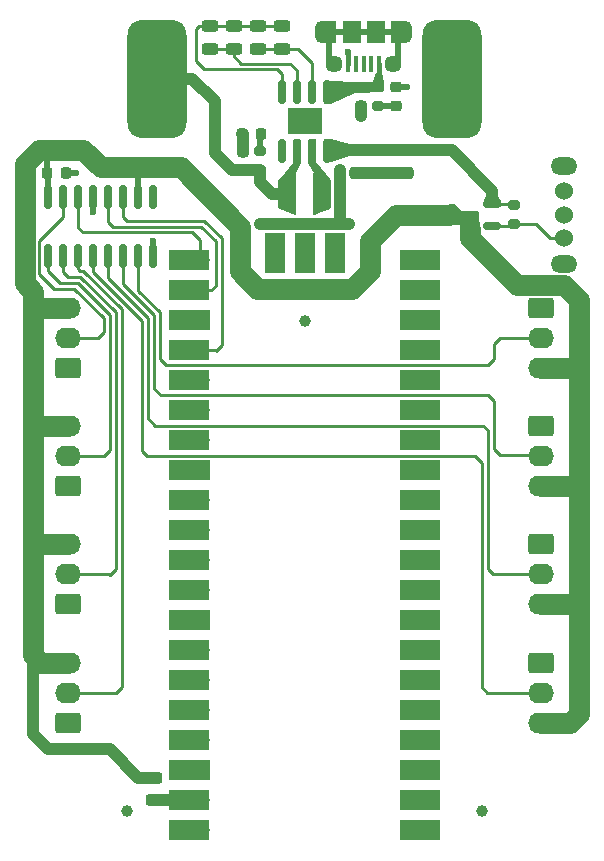
<source format=gtl>
%TF.GenerationSoftware,KiCad,Pcbnew,(7.0.0)*%
%TF.CreationDate,2023-03-15T20:35:49+00:00*%
%TF.ProjectId,porta-jelly,706f7274-612d-46a6-956c-6c792e6b6963,rev?*%
%TF.SameCoordinates,Original*%
%TF.FileFunction,Copper,L1,Top*%
%TF.FilePolarity,Positive*%
%FSLAX46Y46*%
G04 Gerber Fmt 4.6, Leading zero omitted, Abs format (unit mm)*
G04 Created by KiCad (PCBNEW (7.0.0)) date 2023-03-15 20:35:49*
%MOMM*%
%LPD*%
G01*
G04 APERTURE LIST*
G04 Aperture macros list*
%AMRoundRect*
0 Rectangle with rounded corners*
0 $1 Rounding radius*
0 $2 $3 $4 $5 $6 $7 $8 $9 X,Y pos of 4 corners*
0 Add a 4 corners polygon primitive as box body*
4,1,4,$2,$3,$4,$5,$6,$7,$8,$9,$2,$3,0*
0 Add four circle primitives for the rounded corners*
1,1,$1+$1,$2,$3*
1,1,$1+$1,$4,$5*
1,1,$1+$1,$6,$7*
1,1,$1+$1,$8,$9*
0 Add four rect primitives between the rounded corners*
20,1,$1+$1,$2,$3,$4,$5,0*
20,1,$1+$1,$4,$5,$6,$7,0*
20,1,$1+$1,$6,$7,$8,$9,0*
20,1,$1+$1,$8,$9,$2,$3,0*%
%AMOutline4P*
0 Free polygon, 4 corners , with rotation*
0 The origin of the aperture is its center*
0 number of corners: always 4*
0 $1 to $8 corner X, Y*
0 $9 Rotation angle, in degrees counterclockwise*
0 create outline with 4 corners*
4,1,4,$1,$2,$3,$4,$5,$6,$7,$8,$1,$2,$9*%
G04 Aperture macros list end*
%TA.AperFunction,SMDPad,CuDef*%
%ADD10RoundRect,0.243750X0.456250X-0.243750X0.456250X0.243750X-0.456250X0.243750X-0.456250X-0.243750X0*%
%TD*%
%TA.AperFunction,SMDPad,CuDef*%
%ADD11RoundRect,0.225000X-0.250000X0.225000X-0.250000X-0.225000X0.250000X-0.225000X0.250000X0.225000X0*%
%TD*%
%TA.AperFunction,ComponentPad*%
%ADD12RoundRect,0.250000X0.845000X-0.620000X0.845000X0.620000X-0.845000X0.620000X-0.845000X-0.620000X0*%
%TD*%
%TA.AperFunction,ComponentPad*%
%ADD13O,2.190000X1.740000*%
%TD*%
%TA.AperFunction,SMDPad,CuDef*%
%ADD14RoundRect,0.200000X-0.275000X0.200000X-0.275000X-0.200000X0.275000X-0.200000X0.275000X0.200000X0*%
%TD*%
%TA.AperFunction,ComponentPad*%
%ADD15RoundRect,0.250000X-0.845000X0.620000X-0.845000X-0.620000X0.845000X-0.620000X0.845000X0.620000X0*%
%TD*%
%TA.AperFunction,SMDPad,CuDef*%
%ADD16RoundRect,0.250000X-0.475000X0.250000X-0.475000X-0.250000X0.475000X-0.250000X0.475000X0.250000X0*%
%TD*%
%TA.AperFunction,SMDPad,CuDef*%
%ADD17RoundRect,0.200000X0.275000X-0.200000X0.275000X0.200000X-0.275000X0.200000X-0.275000X-0.200000X0*%
%TD*%
%TA.AperFunction,SMDPad,CuDef*%
%ADD18RoundRect,0.225000X0.250000X-0.225000X0.250000X0.225000X-0.250000X0.225000X-0.250000X-0.225000X0*%
%TD*%
%TA.AperFunction,SMDPad,CuDef*%
%ADD19Outline4P,-0.725000X-1.800000X0.725000X-1.200000X0.725000X1.200000X-0.725000X1.800000X0.000000*%
%TD*%
%TA.AperFunction,SMDPad,CuDef*%
%ADD20Outline4P,-0.725000X-1.200000X0.725000X-1.800000X0.725000X1.800000X-0.725000X1.200000X0.000000*%
%TD*%
%TA.AperFunction,SMDPad,CuDef*%
%ADD21RoundRect,0.243750X-0.456250X0.243750X-0.456250X-0.243750X0.456250X-0.243750X0.456250X0.243750X0*%
%TD*%
%TA.AperFunction,SMDPad,CuDef*%
%ADD22C,1.000000*%
%TD*%
%TA.AperFunction,SMDPad,CuDef*%
%ADD23R,0.400000X1.350000*%
%TD*%
%TA.AperFunction,ComponentPad*%
%ADD24O,1.200000X1.900000*%
%TD*%
%TA.AperFunction,SMDPad,CuDef*%
%ADD25R,1.200000X1.900000*%
%TD*%
%TA.AperFunction,ComponentPad*%
%ADD26C,1.450000*%
%TD*%
%TA.AperFunction,SMDPad,CuDef*%
%ADD27R,1.500000X1.900000*%
%TD*%
%TA.AperFunction,SMDPad,CuDef*%
%ADD28RoundRect,0.150000X0.587500X0.150000X-0.587500X0.150000X-0.587500X-0.150000X0.587500X-0.150000X0*%
%TD*%
%TA.AperFunction,SMDPad,CuDef*%
%ADD29RoundRect,0.150000X0.150000X-0.825000X0.150000X0.825000X-0.150000X0.825000X-0.150000X-0.825000X0*%
%TD*%
%TA.AperFunction,ComponentPad*%
%ADD30O,2.250000X1.500000*%
%TD*%
%TA.AperFunction,ComponentPad*%
%ADD31C,1.524000*%
%TD*%
%TA.AperFunction,SMDPad,CuDef*%
%ADD32RoundRect,0.225000X0.225000X0.250000X-0.225000X0.250000X-0.225000X-0.250000X0.225000X-0.250000X0*%
%TD*%
%TA.AperFunction,ComponentPad*%
%ADD33O,1.700000X1.700000*%
%TD*%
%TA.AperFunction,SMDPad,CuDef*%
%ADD34R,3.500000X1.700000*%
%TD*%
%TA.AperFunction,ComponentPad*%
%ADD35R,1.700000X1.700000*%
%TD*%
%TA.AperFunction,SMDPad,CuDef*%
%ADD36R,1.700000X3.500000*%
%TD*%
%TA.AperFunction,SMDPad,CuDef*%
%ADD37RoundRect,0.150000X-0.150000X0.825000X-0.150000X-0.825000X0.150000X-0.825000X0.150000X0.825000X0*%
%TD*%
%TA.AperFunction,ComponentPad*%
%ADD38C,0.700000*%
%TD*%
%TA.AperFunction,SMDPad,CuDef*%
%ADD39R,3.000000X2.290000*%
%TD*%
%TA.AperFunction,SMDPad,CuDef*%
%ADD40RoundRect,1.250000X1.250000X-3.750000X1.250000X3.750000X-1.250000X3.750000X-1.250000X-3.750000X0*%
%TD*%
%TA.AperFunction,SMDPad,CuDef*%
%ADD41RoundRect,0.225000X-0.225000X-0.250000X0.225000X-0.250000X0.225000X0.250000X-0.225000X0.250000X0*%
%TD*%
%TA.AperFunction,ViaPad*%
%ADD42C,0.600000*%
%TD*%
%TA.AperFunction,Conductor*%
%ADD43C,1.750000*%
%TD*%
%TA.AperFunction,Conductor*%
%ADD44C,1.000000*%
%TD*%
%TA.AperFunction,Conductor*%
%ADD45C,0.500000*%
%TD*%
%TA.AperFunction,Conductor*%
%ADD46C,0.400000*%
%TD*%
%TA.AperFunction,Conductor*%
%ADD47C,0.250000*%
%TD*%
G04 APERTURE END LIST*
D10*
%TO.P,D2,1,K*%
%TO.N,Net-(D2-K)*%
X101950000Y-67937500D03*
%TO.P,D2,2,A*%
%TO.N,Net-(D2-A)*%
X101950000Y-66062500D03*
%TD*%
%TO.P,D4,1,K*%
%TO.N,Net-(D4-K)*%
X106050000Y-67937500D03*
%TO.P,D4,2,A*%
%TO.N,Net-(D2-A)*%
X106050000Y-66062500D03*
%TD*%
D11*
%TO.P,C2,1*%
%TO.N,Net-(J1-VBUS)*%
X114750000Y-71225000D03*
%TO.P,C2,2*%
%TO.N,GND*%
X114750000Y-72775000D03*
%TD*%
D12*
%TO.P,J3,1,Pin_1*%
%TO.N,GND*%
X90000000Y-95000000D03*
D13*
%TO.P,J3,2,Pin_2*%
%TO.N,Net-(J3-Pin_2)*%
X89999999Y-92459999D03*
%TO.P,J3,3,Pin_3*%
%TO.N,+5V*%
X89999999Y-89919999D03*
%TD*%
D14*
%TO.P,R2,1*%
%TO.N,Net-(J1-VBUS)*%
X116250000Y-71175000D03*
%TO.P,R2,2*%
%TO.N,Net-(C7-Pad1)*%
X116250000Y-72825000D03*
%TD*%
D12*
%TO.P,J4,1,Pin_1*%
%TO.N,GND*%
X90000000Y-105000000D03*
D13*
%TO.P,J4,2,Pin_2*%
%TO.N,Net-(J4-Pin_2)*%
X89999999Y-102459999D03*
%TO.P,J4,3,Pin_3*%
%TO.N,+5V*%
X89999999Y-99919999D03*
%TD*%
D10*
%TO.P,D1,1,K*%
%TO.N,Net-(D1-K)*%
X97250000Y-131537500D03*
%TO.P,D1,2,A*%
%TO.N,+5V*%
X97250000Y-129662500D03*
%TD*%
D15*
%TO.P,J9,1,Pin_1*%
%TO.N,GND*%
X130000000Y-99920000D03*
D13*
%TO.P,J9,2,Pin_2*%
%TO.N,Net-(J9-Pin_2)*%
X129999999Y-102459999D03*
%TO.P,J9,3,Pin_3*%
%TO.N,+5V*%
X129999999Y-104999999D03*
%TD*%
D16*
%TO.P,C4,1*%
%TO.N,Net-(Q1-S)*%
X116500000Y-76550000D03*
%TO.P,C4,2*%
%TO.N,GND*%
X116500000Y-78450000D03*
%TD*%
D17*
%TO.P,R3,1*%
%TO.N,Net-(J2-Pin_1)*%
X106250000Y-78250000D03*
%TO.P,R3,2*%
%TO.N,Net-(C8-Pad1)*%
X106250000Y-76600000D03*
%TD*%
D12*
%TO.P,J5,1,Pin_1*%
%TO.N,GND*%
X90000000Y-115000000D03*
D13*
%TO.P,J5,2,Pin_2*%
%TO.N,Net-(J5-Pin_2)*%
X89999999Y-112459999D03*
%TO.P,J5,3,Pin_3*%
%TO.N,+5V*%
X89999999Y-109919999D03*
%TD*%
D18*
%TO.P,C7,1*%
%TO.N,Net-(C7-Pad1)*%
X117750000Y-72775000D03*
%TO.P,C7,2*%
%TO.N,GND*%
X117750000Y-71225000D03*
%TD*%
D19*
%TO.P,L1,1*%
%TO.N,Net-(U3-SW)*%
X111475000Y-80250000D03*
D20*
%TO.P,L1,2*%
%TO.N,Net-(J2-Pin_1)*%
X108525000Y-80250000D03*
%TD*%
D21*
%TO.P,D3,1,K*%
%TO.N,Net-(D2-A)*%
X104000000Y-66062500D03*
%TO.P,D3,2,A*%
%TO.N,Net-(D2-K)*%
X104000000Y-67937500D03*
%TD*%
D15*
%TO.P,J8,1,Pin_1*%
%TO.N,GND*%
X130000000Y-109920000D03*
D13*
%TO.P,J8,2,Pin_2*%
%TO.N,Net-(J8-Pin_2)*%
X129999999Y-112459999D03*
%TO.P,J8,3,Pin_3*%
%TO.N,+5V*%
X129999999Y-114999999D03*
%TD*%
D22*
%TO.P,FID3,*%
%TO.N,*%
X125000000Y-132500000D03*
%TD*%
D15*
%TO.P,J7,1,Pin_1*%
%TO.N,GND*%
X130000000Y-119920000D03*
D13*
%TO.P,J7,2,Pin_2*%
%TO.N,Net-(J7-Pin_2)*%
X129999999Y-122459999D03*
%TO.P,J7,3,Pin_3*%
%TO.N,+5V*%
X129999999Y-124999999D03*
%TD*%
D23*
%TO.P,J1,1,VBUS*%
%TO.N,Net-(J1-VBUS)*%
X116299999Y-69212499D03*
%TO.P,J1,2,D-*%
%TO.N,unconnected-(J1-D--Pad2)*%
X115649999Y-69212499D03*
%TO.P,J1,3,D+*%
%TO.N,unconnected-(J1-D+-Pad3)*%
X114999999Y-69212499D03*
%TO.P,J1,4,ID*%
%TO.N,unconnected-(J1-ID-Pad4)*%
X114349999Y-69212499D03*
%TO.P,J1,5,GND*%
%TO.N,GND*%
X113699999Y-69212499D03*
D24*
%TO.P,J1,6,Shield*%
%TO.N,unconnected-(J1-Shield-Pad6)*%
X118499999Y-66512499D03*
D25*
X117899999Y-66512499D03*
D26*
X117500000Y-69212500D03*
D27*
X115999999Y-66512499D03*
X113999999Y-66512499D03*
D26*
X112500000Y-69212500D03*
D25*
X112099999Y-66512499D03*
D24*
X111499999Y-66512499D03*
%TD*%
D28*
%TO.P,Q1,1,G*%
%TO.N,Net-(Q1-G)*%
X125875000Y-82950000D03*
%TO.P,Q1,2,S*%
%TO.N,Net-(Q1-S)*%
X125875000Y-81050000D03*
%TO.P,Q1,3,D*%
%TO.N,+5V*%
X124000000Y-82000000D03*
%TD*%
D29*
%TO.P,U1,1,QB*%
%TO.N,Net-(J4-Pin_2)*%
X88305000Y-85475000D03*
%TO.P,U1,2,QC*%
%TO.N,Net-(J5-Pin_2)*%
X89575000Y-85475000D03*
%TO.P,U1,3,QD*%
%TO.N,Net-(J6-Pin_2)*%
X90845000Y-85475000D03*
%TO.P,U1,4,QE*%
%TO.N,Net-(J7-Pin_2)*%
X92115000Y-85475000D03*
%TO.P,U1,5,QF*%
%TO.N,Net-(J8-Pin_2)*%
X93385000Y-85475000D03*
%TO.P,U1,6,QG*%
%TO.N,Net-(J9-Pin_2)*%
X94655000Y-85475000D03*
%TO.P,U1,7,QH*%
%TO.N,Net-(J10-Pin_2)*%
X95925000Y-85475000D03*
%TO.P,U1,8,GND*%
%TO.N,GND*%
X97195000Y-85475000D03*
%TO.P,U1,9,QH'*%
%TO.N,unconnected-(U1-QH'-Pad9)*%
X97195000Y-80525000D03*
%TO.P,U1,10,~{SRCLR}*%
%TO.N,+5V*%
X95925000Y-80525000D03*
%TO.P,U1,11,SRCLK*%
%TO.N,/CLOCK*%
X94655000Y-80525000D03*
%TO.P,U1,12,RCLK*%
%TO.N,/LATCH*%
X93385000Y-80525000D03*
%TO.P,U1,13,~{OE}*%
%TO.N,GND*%
X92115000Y-80525000D03*
%TO.P,U1,14,SER*%
%TO.N,/DATA*%
X90845000Y-80525000D03*
%TO.P,U1,15,QA*%
%TO.N,Net-(J3-Pin_2)*%
X89575000Y-80525000D03*
%TO.P,U1,16,VCC*%
%TO.N,+5V*%
X88305000Y-80525000D03*
%TD*%
D30*
%TO.P,SW1,*%
%TO.N,*%
X131999999Y-86149999D03*
X131999999Y-77849999D03*
D31*
%TO.P,SW1,1,A*%
%TO.N,Net-(Q1-G)*%
X132000000Y-84000000D03*
%TO.P,SW1,2,B*%
%TO.N,GND*%
X132000000Y-82000000D03*
%TO.P,SW1,3,C*%
%TO.N,unconnected-(SW1-C-Pad3)*%
X132000000Y-80000000D03*
%TD*%
D12*
%TO.P,J6,1,Pin_1*%
%TO.N,GND*%
X90000000Y-125000000D03*
D13*
%TO.P,J6,2,Pin_2*%
%TO.N,Net-(J6-Pin_2)*%
X89999999Y-122459999D03*
%TO.P,J6,3,Pin_3*%
%TO.N,+5V*%
X89999999Y-119919999D03*
%TD*%
D32*
%TO.P,C8,1*%
%TO.N,Net-(C8-Pad1)*%
X106275000Y-75175000D03*
%TO.P,C8,2*%
%TO.N,GND*%
X104725000Y-75175000D03*
%TD*%
D16*
%TO.P,C3,1*%
%TO.N,Net-(Q1-S)*%
X118500000Y-76550000D03*
%TO.P,C3,2*%
%TO.N,GND*%
X118500000Y-78450000D03*
%TD*%
D18*
%TO.P,C6,1*%
%TO.N,Net-(J2-Pin_1)*%
X104750000Y-78200000D03*
%TO.P,C6,2*%
%TO.N,GND*%
X104750000Y-76650000D03*
%TD*%
D16*
%TO.P,C5,1*%
%TO.N,Net-(Q1-S)*%
X114500000Y-76550000D03*
%TO.P,C5,2*%
%TO.N,GND*%
X114500000Y-78450000D03*
%TD*%
D17*
%TO.P,R4,1*%
%TO.N,Net-(Q1-G)*%
X127750000Y-82825000D03*
%TO.P,R4,2*%
%TO.N,Net-(Q1-S)*%
X127750000Y-81175000D03*
%TD*%
D15*
%TO.P,J10,1,Pin_1*%
%TO.N,GND*%
X130000000Y-89920000D03*
D13*
%TO.P,J10,2,Pin_2*%
%TO.N,Net-(J10-Pin_2)*%
X129999999Y-92459999D03*
%TO.P,J10,3,Pin_3*%
%TO.N,+5V*%
X129999999Y-94999999D03*
%TD*%
D22*
%TO.P,FID2,*%
%TO.N,*%
X110000000Y-91000000D03*
%TD*%
D33*
%TO.P,U2,1,GPIO0*%
%TO.N,unconnected-(U2-GPIO0-Pad1)*%
X118889999Y-134129999D03*
D34*
X119789999Y-134129999D03*
D33*
%TO.P,U2,2,GPIO1*%
%TO.N,unconnected-(U2-GPIO1-Pad2)*%
X118889999Y-131589999D03*
D34*
X119789999Y-131589999D03*
D35*
%TO.P,U2,3,GND*%
%TO.N,GND*%
X118889999Y-129049999D03*
D34*
X119789999Y-129049999D03*
D33*
%TO.P,U2,4,GPIO2*%
%TO.N,unconnected-(U2-GPIO2-Pad4)*%
X118889999Y-126509999D03*
D34*
X119789999Y-126509999D03*
D33*
%TO.P,U2,5,GPIO3*%
%TO.N,unconnected-(U2-GPIO3-Pad5)*%
X118889999Y-123969999D03*
D34*
X119789999Y-123969999D03*
D33*
%TO.P,U2,6,GPIO4*%
%TO.N,unconnected-(U2-GPIO4-Pad6)*%
X118889999Y-121429999D03*
D34*
X119789999Y-121429999D03*
D33*
%TO.P,U2,7,GPIO5*%
%TO.N,unconnected-(U2-GPIO5-Pad7)*%
X118889999Y-118889999D03*
D34*
X119789999Y-118889999D03*
D35*
%TO.P,U2,8,GND*%
%TO.N,GND*%
X118889999Y-116349999D03*
D34*
X119789999Y-116349999D03*
D33*
%TO.P,U2,9,GPIO6*%
%TO.N,unconnected-(U2-GPIO6-Pad9)*%
X118889999Y-113809999D03*
D34*
X119789999Y-113809999D03*
D33*
%TO.P,U2,10,GPIO7*%
%TO.N,unconnected-(U2-GPIO7-Pad10)*%
X118889999Y-111269999D03*
D34*
X119789999Y-111269999D03*
D33*
%TO.P,U2,11,GPIO8*%
%TO.N,unconnected-(U2-GPIO8-Pad11)*%
X118889999Y-108729999D03*
D34*
X119789999Y-108729999D03*
D33*
%TO.P,U2,12,GPIO9*%
%TO.N,unconnected-(U2-GPIO9-Pad12)*%
X118889999Y-106189999D03*
D34*
X119789999Y-106189999D03*
D35*
%TO.P,U2,13,GND*%
%TO.N,GND*%
X118889999Y-103649999D03*
D34*
X119789999Y-103649999D03*
D33*
%TO.P,U2,14,GPIO10*%
%TO.N,unconnected-(U2-GPIO10-Pad14)*%
X118889999Y-101109999D03*
D34*
X119789999Y-101109999D03*
D33*
%TO.P,U2,15,GPIO11*%
%TO.N,unconnected-(U2-GPIO11-Pad15)*%
X118889999Y-98569999D03*
D34*
X119789999Y-98569999D03*
D33*
%TO.P,U2,16,GPIO12*%
%TO.N,unconnected-(U2-GPIO12-Pad16)*%
X118889999Y-96029999D03*
D34*
X119789999Y-96029999D03*
D33*
%TO.P,U2,17,GPIO13*%
%TO.N,unconnected-(U2-GPIO13-Pad17)*%
X118889999Y-93489999D03*
D34*
X119789999Y-93489999D03*
D35*
%TO.P,U2,18,GND*%
%TO.N,GND*%
X118889999Y-90949999D03*
D34*
X119789999Y-90949999D03*
D33*
%TO.P,U2,19,GPIO14*%
%TO.N,unconnected-(U2-GPIO14-Pad19)*%
X118889999Y-88409999D03*
D34*
X119789999Y-88409999D03*
D33*
%TO.P,U2,20,GPIO15*%
%TO.N,unconnected-(U2-GPIO15-Pad20)*%
X118889999Y-85869999D03*
D34*
X119789999Y-85869999D03*
D33*
%TO.P,U2,21,GPIO16*%
%TO.N,/DATA*%
X101109999Y-85869999D03*
D34*
X100209999Y-85869999D03*
D33*
%TO.P,U2,22,GPIO17*%
%TO.N,/LATCH*%
X101109999Y-88409999D03*
D34*
X100209999Y-88409999D03*
D35*
%TO.P,U2,23,GND*%
%TO.N,GND*%
X101109999Y-90949999D03*
D34*
X100209999Y-90949999D03*
D33*
%TO.P,U2,24,GPIO18*%
%TO.N,/CLOCK*%
X101109999Y-93489999D03*
D34*
X100209999Y-93489999D03*
D33*
%TO.P,U2,25,GPIO19*%
%TO.N,unconnected-(U2-GPIO19-Pad25)*%
X101109999Y-96029999D03*
D34*
X100209999Y-96029999D03*
D33*
%TO.P,U2,26,GPIO20*%
%TO.N,unconnected-(U2-GPIO20-Pad26)*%
X101109999Y-98569999D03*
D34*
X100209999Y-98569999D03*
D33*
%TO.P,U2,27,GPIO21*%
%TO.N,unconnected-(U2-GPIO21-Pad27)*%
X101109999Y-101109999D03*
D34*
X100209999Y-101109999D03*
D35*
%TO.P,U2,28,GND*%
%TO.N,GND*%
X101109999Y-103649999D03*
D34*
X100209999Y-103649999D03*
D33*
%TO.P,U2,29,GPIO22*%
%TO.N,unconnected-(U2-GPIO22-Pad29)*%
X101109999Y-106189999D03*
D34*
X100209999Y-106189999D03*
D33*
%TO.P,U2,30,RUN*%
%TO.N,unconnected-(U2-RUN-Pad30)*%
X101109999Y-108729999D03*
D34*
X100209999Y-108729999D03*
D33*
%TO.P,U2,31,GPIO26_ADC0*%
%TO.N,unconnected-(U2-GPIO26_ADC0-Pad31)*%
X101109999Y-111269999D03*
D34*
X100209999Y-111269999D03*
D33*
%TO.P,U2,32,GPIO27_ADC1*%
%TO.N,unconnected-(U2-GPIO27_ADC1-Pad32)*%
X101109999Y-113809999D03*
D34*
X100209999Y-113809999D03*
D35*
%TO.P,U2,33,AGND*%
%TO.N,unconnected-(U2-AGND-Pad33)*%
X101109999Y-116349999D03*
D34*
X100209999Y-116349999D03*
D33*
%TO.P,U2,34,GPIO28_ADC2*%
%TO.N,unconnected-(U2-GPIO28_ADC2-Pad34)*%
X101109999Y-118889999D03*
D34*
X100209999Y-118889999D03*
D33*
%TO.P,U2,35,ADC_VREF*%
%TO.N,unconnected-(U2-ADC_VREF-Pad35)*%
X101109999Y-121429999D03*
D34*
X100209999Y-121429999D03*
D33*
%TO.P,U2,36,3V3*%
%TO.N,unconnected-(U2-3V3-Pad36)*%
X101109999Y-123969999D03*
D34*
X100209999Y-123969999D03*
D33*
%TO.P,U2,37,3V3_EN*%
%TO.N,unconnected-(U2-3V3_EN-Pad37)*%
X101109999Y-126509999D03*
D34*
X100209999Y-126509999D03*
D35*
%TO.P,U2,38,GND*%
%TO.N,GND*%
X101109999Y-129049999D03*
D34*
X100209999Y-129049999D03*
D33*
%TO.P,U2,39,VSYS*%
%TO.N,Net-(D1-K)*%
X101109999Y-131589999D03*
D34*
X100209999Y-131589999D03*
D33*
%TO.P,U2,40,VBUS*%
%TO.N,unconnected-(U2-VBUS-Pad40)*%
X101109999Y-134129999D03*
D34*
X100209999Y-134129999D03*
D33*
%TO.P,U2,41,SWCLK*%
%TO.N,unconnected-(U2-SWCLK-Pad41)*%
X112539999Y-86099999D03*
D36*
X112539999Y-85199999D03*
D35*
%TO.P,U2,42,GND*%
%TO.N,GND*%
X109999999Y-86099999D03*
D36*
X109999999Y-85199999D03*
D33*
%TO.P,U2,43,SWDIO*%
%TO.N,unconnected-(U2-SWDIO-Pad43)*%
X107459999Y-86099999D03*
D36*
X107459999Y-85199999D03*
%TD*%
D22*
%TO.P,FID1,*%
%TO.N,*%
X95000000Y-132500000D03*
%TD*%
D37*
%TO.P,U3,1,VIN*%
%TO.N,Net-(J1-VBUS)*%
X111905000Y-71625000D03*
%TO.P,U3,2,LED1*%
%TO.N,Net-(D4-K)*%
X110635000Y-71625000D03*
%TO.P,U3,3,LED2*%
%TO.N,Net-(D2-K)*%
X109365000Y-71625000D03*
%TO.P,U3,4,LED3*%
%TO.N,Net-(D2-A)*%
X108095000Y-71625000D03*
%TO.P,U3,5,KEY*%
%TO.N,unconnected-(U3-KEY-Pad5)*%
X108095000Y-76575000D03*
%TO.P,U3,6,BAT*%
%TO.N,Net-(J2-Pin_1)*%
X109365000Y-76575000D03*
%TO.P,U3,7,SW*%
%TO.N,Net-(U3-SW)*%
X110635000Y-76575000D03*
%TO.P,U3,8,VOUT*%
%TO.N,Net-(Q1-S)*%
X111905000Y-76575000D03*
D38*
%TO.P,U3,9,GND*%
%TO.N,GND*%
X111000000Y-73450000D03*
X110000000Y-73450000D03*
X109000000Y-73450000D03*
D39*
X109999999Y-74099999D03*
D38*
X111000000Y-74750000D03*
X110000000Y-74750000D03*
X109000000Y-74750000D03*
%TD*%
D21*
%TO.P,D5,1,K*%
%TO.N,Net-(D2-A)*%
X108100000Y-66062500D03*
%TO.P,D5,2,A*%
%TO.N,Net-(D4-K)*%
X108100000Y-67937500D03*
%TD*%
D38*
%TO.P,J11,1,Pin_1*%
%TO.N,GND*%
X121000000Y-74500000D03*
X122500000Y-74500000D03*
X124000000Y-74500000D03*
X121000000Y-72500000D03*
X122500000Y-72500000D03*
X124000000Y-72500000D03*
X121000000Y-70500000D03*
X122500000Y-70500000D03*
D40*
X122500000Y-70500000D03*
D38*
X124000000Y-70500000D03*
X121000000Y-68500000D03*
X122500000Y-68500000D03*
X124000000Y-68500000D03*
X121000000Y-66500000D03*
X122500000Y-66500000D03*
X124000000Y-66500000D03*
%TD*%
%TO.P,J2,1,Pin_1*%
%TO.N,Net-(J2-Pin_1)*%
X96000000Y-74500000D03*
X97500000Y-74500000D03*
X99000000Y-74500000D03*
X96000000Y-72500000D03*
X97500000Y-72500000D03*
X99000000Y-72500000D03*
X96000000Y-70500000D03*
X97500000Y-70500000D03*
D40*
X97500000Y-70500000D03*
D38*
X99000000Y-70500000D03*
X96000000Y-68500000D03*
X97500000Y-68500000D03*
X99000000Y-68500000D03*
X96000000Y-66500000D03*
X97500000Y-66500000D03*
X99000000Y-66500000D03*
%TD*%
D41*
%TO.P,C1,1*%
%TO.N,+5V*%
X88225000Y-78500000D03*
%TO.P,C1,2*%
%TO.N,GND*%
X89775000Y-78500000D03*
%TD*%
D42*
%TO.N,GND*%
X113000000Y-78250000D03*
X111250000Y-82750000D03*
X92100000Y-81800000D03*
X90600000Y-78500000D03*
X113750000Y-82750000D03*
X104750000Y-75925000D03*
X97200000Y-84200000D03*
X106250000Y-82750000D03*
X115500000Y-78500000D03*
X118700000Y-71200000D03*
X108750000Y-82750000D03*
X117500000Y-78500000D03*
X113000000Y-80350000D03*
X114750000Y-73600000D03*
X113700000Y-68200000D03*
%TD*%
D43*
%TO.N,+5V*%
X118750000Y-82000000D02*
X122250000Y-82000000D01*
X124000000Y-84000000D02*
X124000000Y-83250000D01*
D44*
X87000000Y-126000000D02*
X87000000Y-119250000D01*
X93500000Y-127250000D02*
X88250000Y-127250000D01*
X88250000Y-127250000D02*
X87000000Y-126000000D01*
X95912500Y-129662500D02*
X93500000Y-127250000D01*
X97250000Y-129662500D02*
X95912500Y-129662500D01*
D45*
X88225000Y-76775000D02*
X88500000Y-76500000D01*
X88225000Y-78500000D02*
X88225000Y-76775000D01*
D43*
X88500000Y-76500000D02*
X87500000Y-76500000D01*
X91250000Y-76500000D02*
X88500000Y-76500000D01*
D45*
X88305000Y-78580000D02*
X88225000Y-78500000D01*
X88305000Y-80525000D02*
X88305000Y-78580000D01*
D43*
X87000000Y-90000000D02*
X87000000Y-100000000D01*
X90000000Y-89920000D02*
X87080000Y-89920000D01*
X87000000Y-88500000D02*
X87000000Y-90000000D01*
X87080000Y-89920000D02*
X87000000Y-90000000D01*
X87080000Y-99920000D02*
X87000000Y-100000000D01*
X90000000Y-99920000D02*
X87080000Y-99920000D01*
X87000000Y-100000000D02*
X87000000Y-109750000D01*
X87170000Y-109920000D02*
X87000000Y-109750000D01*
X90000000Y-109920000D02*
X87170000Y-109920000D01*
X87000000Y-109750000D02*
X87000000Y-119250000D01*
X87670000Y-119920000D02*
X90000000Y-119920000D01*
X87000000Y-119250000D02*
X87670000Y-119920000D01*
X86300000Y-87800000D02*
X87000000Y-88500000D01*
X86300000Y-77700000D02*
X86300000Y-87800000D01*
X87500000Y-76500000D02*
X86300000Y-77700000D01*
X92750000Y-78000000D02*
X91250000Y-76500000D01*
X99500000Y-78000000D02*
X92750000Y-78000000D01*
X104500000Y-86750000D02*
X104500000Y-83000000D01*
X104500000Y-83000000D02*
X99500000Y-78000000D01*
X115500000Y-86750000D02*
X114000000Y-88250000D01*
X106000000Y-88250000D02*
X104500000Y-86750000D01*
X115500000Y-84250000D02*
X115500000Y-86750000D01*
X114000000Y-88250000D02*
X106000000Y-88250000D01*
X117750000Y-82000000D02*
X115500000Y-84250000D01*
X118750000Y-82000000D02*
X117750000Y-82000000D01*
X130000000Y-115000000D02*
X133250000Y-115000000D01*
X133250000Y-124250000D02*
X133250000Y-115000000D01*
X133250000Y-115000000D02*
X133250000Y-105000000D01*
X130000000Y-105000000D02*
X133250000Y-105000000D01*
X133250000Y-105000000D02*
X133250000Y-99250000D01*
X133250000Y-95000000D02*
X133250000Y-89250000D01*
X133250000Y-99250000D02*
X133250000Y-95000000D01*
X130000000Y-95000000D02*
X133250000Y-95000000D01*
X133250000Y-89250000D02*
X131975000Y-87975000D01*
X131975000Y-87975000D02*
X127975000Y-87975000D01*
X127975000Y-87975000D02*
X124000000Y-84000000D01*
X132500000Y-125000000D02*
X133250000Y-124250000D01*
X130000000Y-125000000D02*
X132500000Y-125000000D01*
D45*
X95925000Y-78325000D02*
X96000000Y-78250000D01*
X95925000Y-80525000D02*
X95925000Y-78325000D01*
X96000000Y-78250000D02*
X96750000Y-78250000D01*
D44*
%TO.N,GND*%
X118500000Y-78450000D02*
X117550000Y-78450000D01*
D45*
X89775000Y-78500000D02*
X90600000Y-78500000D01*
D44*
X113750000Y-82750000D02*
X112750000Y-82750000D01*
X115550000Y-78450000D02*
X115500000Y-78500000D01*
D45*
X92115000Y-80525000D02*
X92115000Y-81785000D01*
X118675000Y-71225000D02*
X118700000Y-71200000D01*
D44*
X117550000Y-78450000D02*
X117500000Y-78500000D01*
X112750000Y-82750000D02*
X113000000Y-82500000D01*
D46*
X113700000Y-69212500D02*
X113700000Y-68200000D01*
D44*
X115450000Y-78450000D02*
X114500000Y-78450000D01*
D45*
X92115000Y-81785000D02*
X92100000Y-81800000D01*
D44*
X104750000Y-76650000D02*
X104750000Y-75200000D01*
X114750000Y-72775000D02*
X114750000Y-73600000D01*
X108750000Y-82750000D02*
X106250000Y-82750000D01*
X113000000Y-80350000D02*
X113000000Y-78250000D01*
D45*
X97195000Y-85475000D02*
X97195000Y-84205000D01*
D44*
X104750000Y-75200000D02*
X104725000Y-75175000D01*
X117500000Y-78500000D02*
X117450000Y-78450000D01*
X115500000Y-78500000D02*
X115450000Y-78450000D01*
D45*
X117750000Y-71225000D02*
X118675000Y-71225000D01*
D44*
X113000000Y-82500000D02*
X113000000Y-80350000D01*
X117450000Y-78450000D02*
X115550000Y-78450000D01*
D45*
X97195000Y-84205000D02*
X97200000Y-84200000D01*
D44*
X111250000Y-82750000D02*
X108750000Y-82750000D01*
X112750000Y-82750000D02*
X111250000Y-82750000D01*
D46*
%TO.N,Net-(J1-VBUS)*%
X116300000Y-71175000D02*
X116250000Y-71225000D01*
X116300000Y-69212500D02*
X116300000Y-71175000D01*
D44*
%TO.N,Net-(Q1-S)*%
X125875000Y-79962500D02*
X125875000Y-80750000D01*
D47*
X127625000Y-81050000D02*
X125875000Y-81050000D01*
D44*
X122462500Y-76550000D02*
X118500000Y-76550000D01*
D47*
X127750000Y-81175000D02*
X127625000Y-81050000D01*
D44*
X125875000Y-79962500D02*
X122462500Y-76550000D01*
X118500000Y-76550000D02*
X114500000Y-76550000D01*
%TO.N,Net-(J2-Pin_1)*%
X107250000Y-80250000D02*
X108525000Y-80250000D01*
X102375000Y-72375000D02*
X100500000Y-70500000D01*
X106250000Y-78250000D02*
X104800000Y-78250000D01*
X102375000Y-76750000D02*
X102375000Y-72375000D01*
X103825000Y-78200000D02*
X102375000Y-76750000D01*
X106250000Y-79250000D02*
X106250000Y-78250000D01*
X104750000Y-78200000D02*
X103825000Y-78200000D01*
X104800000Y-78250000D02*
X104750000Y-78200000D01*
X107250000Y-80250000D02*
X106250000Y-79250000D01*
X100500000Y-70500000D02*
X97500000Y-70500000D01*
D45*
%TO.N,Net-(C7-Pad1)*%
X116250000Y-72825000D02*
X117700000Y-72825000D01*
X117700000Y-72825000D02*
X117750000Y-72775000D01*
%TO.N,Net-(C8-Pad1)*%
X106250000Y-76600000D02*
X106250000Y-75200000D01*
X106250000Y-75200000D02*
X106275000Y-75175000D01*
D44*
%TO.N,Net-(D1-K)*%
X97250000Y-131537500D02*
X101057500Y-131537500D01*
X101057500Y-131537500D02*
X101110000Y-131590000D01*
D47*
%TO.N,Net-(D2-K)*%
X109365000Y-69765000D02*
X109365000Y-71625000D01*
X104600000Y-69200000D02*
X108800000Y-69200000D01*
X102000000Y-67937500D02*
X104000000Y-67937500D01*
X108800000Y-69200000D02*
X109365000Y-69765000D01*
X104000000Y-67937500D02*
X104000000Y-68600000D01*
X104000000Y-68600000D02*
X104600000Y-69200000D01*
%TO.N,Net-(D2-A)*%
X100800000Y-69000000D02*
X101500000Y-69700000D01*
X107700000Y-69700000D02*
X108095000Y-70095000D01*
X101500000Y-69700000D02*
X107700000Y-69700000D01*
X101037500Y-66062500D02*
X100800000Y-66300000D01*
X108095000Y-70095000D02*
X108095000Y-71625000D01*
X102000000Y-66062500D02*
X101037500Y-66062500D01*
X108000000Y-66062500D02*
X102000000Y-66062500D01*
X100800000Y-66300000D02*
X100800000Y-69000000D01*
%TO.N,Net-(D4-K)*%
X108000000Y-67937500D02*
X109437500Y-67937500D01*
X110635000Y-69135000D02*
X110635000Y-71625000D01*
X106000000Y-67937500D02*
X108000000Y-67937500D01*
X109437500Y-67937500D02*
X110635000Y-69135000D01*
D45*
%TO.N,unconnected-(J1-Shield-Pad6)*%
X117900000Y-68812500D02*
X117900000Y-66512500D01*
X118500000Y-66512500D02*
X111500000Y-66512500D01*
X112500000Y-69212500D02*
X112100000Y-68812500D01*
X112100000Y-68812500D02*
X112100000Y-66512500D01*
X117500000Y-69212500D02*
X117900000Y-68812500D01*
D47*
%TO.N,Net-(J3-Pin_2)*%
X87500000Y-87000000D02*
X88750000Y-88250000D01*
X87500000Y-84250000D02*
X87500000Y-87000000D01*
X90500000Y-88250000D02*
X93000000Y-90750000D01*
X93000000Y-90750000D02*
X93000000Y-91960000D01*
X89575000Y-80525000D02*
X89575000Y-82175000D01*
X92500000Y-92460000D02*
X90000000Y-92460000D01*
X93000000Y-91960000D02*
X92500000Y-92460000D01*
X89575000Y-82175000D02*
X87500000Y-84250000D01*
X88750000Y-88250000D02*
X90500000Y-88250000D01*
%TO.N,Net-(J4-Pin_2)*%
X89250000Y-87750000D02*
X90784099Y-87750000D01*
X93000000Y-102460000D02*
X90000000Y-102460000D01*
X88305000Y-85475000D02*
X88305000Y-86805000D01*
X88305000Y-86805000D02*
X89250000Y-87750000D01*
X93500000Y-90465901D02*
X93500000Y-101960000D01*
X93500000Y-101960000D02*
X93000000Y-102460000D01*
X90784099Y-87750000D02*
X93500000Y-90465901D01*
%TO.N,Net-(J5-Pin_2)*%
X94000000Y-112000000D02*
X93500000Y-112500000D01*
X91000000Y-87250000D02*
X94000000Y-90250000D01*
X93500000Y-112500000D02*
X93460000Y-112460000D01*
X94000000Y-90250000D02*
X94000000Y-112000000D01*
X89575000Y-86825000D02*
X90000000Y-87250000D01*
X89575000Y-85475000D02*
X89575000Y-86825000D01*
X90000000Y-87250000D02*
X91000000Y-87250000D01*
X93460000Y-112460000D02*
X90000000Y-112460000D01*
%TO.N,Net-(J6-Pin_2)*%
X90845000Y-85475000D02*
X90845000Y-86595000D01*
X91000000Y-86750000D02*
X91250000Y-86750000D01*
X94000000Y-122500000D02*
X93960000Y-122460000D01*
X91250000Y-86750000D02*
X94500000Y-90000000D01*
X93960000Y-122460000D02*
X90000000Y-122460000D01*
X90845000Y-86595000D02*
X91000000Y-86750000D01*
X94500000Y-90000000D02*
X94500000Y-122000000D01*
X94500000Y-122000000D02*
X94000000Y-122500000D01*
%TO.N,Net-(J7-Pin_2)*%
X125000000Y-103000000D02*
X125000000Y-122000000D01*
X92115000Y-85475000D02*
X92115000Y-86865000D01*
X92115000Y-86865000D02*
X96250000Y-91000000D01*
X96250000Y-102000000D02*
X96650000Y-102400000D01*
X125000000Y-122000000D02*
X125460000Y-122460000D01*
X96650000Y-102400000D02*
X124400000Y-102400000D01*
X96250000Y-91000000D02*
X96250000Y-102000000D01*
X125460000Y-122460000D02*
X130000000Y-122460000D01*
X124400000Y-102400000D02*
X125000000Y-103000000D01*
%TO.N,Net-(J8-Pin_2)*%
X125500000Y-112000000D02*
X125960000Y-112460000D01*
X125500000Y-100250000D02*
X125500000Y-112000000D01*
X125960000Y-112460000D02*
X130000000Y-112460000D01*
X93385000Y-85475000D02*
X93385000Y-87385000D01*
X125100000Y-99850000D02*
X125500000Y-100250000D01*
X96750000Y-90750000D02*
X96750000Y-99250000D01*
X93385000Y-87385000D02*
X96750000Y-90750000D01*
X97350000Y-99850000D02*
X125100000Y-99850000D01*
X96750000Y-99250000D02*
X97350000Y-99850000D01*
%TO.N,Net-(J9-Pin_2)*%
X126000000Y-101875000D02*
X126500000Y-102375000D01*
X125550000Y-97300000D02*
X126000000Y-97750000D01*
X97800000Y-97300000D02*
X125550000Y-97300000D01*
X129915000Y-102375000D02*
X130000000Y-102460000D01*
X126500000Y-102375000D02*
X129915000Y-102375000D01*
X126000000Y-97750000D02*
X126000000Y-101875000D01*
X97250000Y-96750000D02*
X97800000Y-97300000D01*
X94655000Y-87905000D02*
X97250000Y-90500000D01*
X97250000Y-90500000D02*
X97250000Y-96750000D01*
X94655000Y-85475000D02*
X94655000Y-87905000D01*
%TO.N,Net-(J10-Pin_2)*%
X125500000Y-94750000D02*
X126000000Y-94250000D01*
X95925000Y-85475000D02*
X95925000Y-88425000D01*
X126000000Y-94250000D02*
X126000000Y-92960000D01*
X97750000Y-90250000D02*
X97750000Y-94250000D01*
X126500000Y-92460000D02*
X130000000Y-92460000D01*
X97750000Y-94250000D02*
X98250000Y-94750000D01*
X98250000Y-94750000D02*
X125500000Y-94750000D01*
X95925000Y-88425000D02*
X97750000Y-90250000D01*
X126000000Y-92960000D02*
X126500000Y-92460000D01*
%TO.N,Net-(Q1-G)*%
X127750000Y-82825000D02*
X127625000Y-82950000D01*
X132000000Y-84000000D02*
X130750000Y-84000000D01*
X129575000Y-82825000D02*
X127750000Y-82825000D01*
X127625000Y-82950000D02*
X125875000Y-82950000D01*
X130750000Y-84000000D02*
X129575000Y-82825000D01*
%TO.N,/CLOCK*%
X94655000Y-82155000D02*
X94655000Y-80525000D01*
X103000000Y-93000000D02*
X103000000Y-84000000D01*
X102490000Y-93490000D02*
X102500000Y-93500000D01*
X95000000Y-82500000D02*
X94655000Y-82155000D01*
X101110000Y-93490000D02*
X102490000Y-93490000D01*
X101500000Y-82500000D02*
X95000000Y-82500000D01*
X102500000Y-93500000D02*
X103000000Y-93000000D01*
X103000000Y-84000000D02*
X101500000Y-82500000D01*
%TO.N,/LATCH*%
X93750000Y-83000000D02*
X93385000Y-82635000D01*
X93385000Y-82635000D02*
X93385000Y-80525000D01*
X101110000Y-88410000D02*
X102090000Y-88410000D01*
X102500000Y-88000000D02*
X102500000Y-84250000D01*
X102500000Y-84250000D02*
X101250000Y-83000000D01*
X102090000Y-88410000D02*
X102500000Y-88000000D01*
X101250000Y-83000000D02*
X93750000Y-83000000D01*
%TO.N,/DATA*%
X91250000Y-83500000D02*
X90845000Y-83095000D01*
X101110000Y-84110000D02*
X100500000Y-83500000D01*
X90845000Y-83095000D02*
X90845000Y-80525000D01*
X100500000Y-83500000D02*
X91250000Y-83500000D01*
X101110000Y-85870000D02*
X101110000Y-84110000D01*
%TD*%
%TA.AperFunction,Conductor*%
%TO.N,Net-(Q1-S)*%
G36*
X126365888Y-80391095D02*
G01*
X126411122Y-80435203D01*
X126582329Y-80720548D01*
X126600000Y-80784345D01*
X126600000Y-81226000D01*
X126583387Y-81288000D01*
X126538000Y-81333387D01*
X126476000Y-81350000D01*
X125274000Y-81350000D01*
X125212000Y-81333387D01*
X125166613Y-81288000D01*
X125150000Y-81226000D01*
X125150000Y-80784345D01*
X125167671Y-80720548D01*
X125338878Y-80435203D01*
X125384112Y-80391095D01*
X125445207Y-80375000D01*
X126304793Y-80375000D01*
X126365888Y-80391095D01*
G37*
%TD.AperFunction*%
%TD*%
%TA.AperFunction,Conductor*%
%TO.N,Net-(Q1-S)*%
G36*
X112216465Y-75604630D02*
G01*
X113800000Y-76050000D01*
X114376000Y-76050000D01*
X114438000Y-76066613D01*
X114483387Y-76112000D01*
X114500000Y-76174000D01*
X114500000Y-76926000D01*
X114483387Y-76988000D01*
X114438000Y-77033387D01*
X114376000Y-77050000D01*
X113800000Y-77050000D01*
X113791025Y-77052804D01*
X113791022Y-77052805D01*
X112218061Y-77544356D01*
X112181075Y-77550000D01*
X111724000Y-77550000D01*
X111662000Y-77533387D01*
X111616613Y-77488000D01*
X111600000Y-77426000D01*
X111600000Y-75724000D01*
X111616613Y-75662000D01*
X111662000Y-75616613D01*
X111724000Y-75600000D01*
X112182894Y-75600000D01*
X112216465Y-75604630D01*
G37*
%TD.AperFunction*%
%TD*%
%TA.AperFunction,Conductor*%
%TO.N,+5V*%
G36*
X122744915Y-81136161D02*
G01*
X122787073Y-81167634D01*
X123250000Y-81700000D01*
X124626000Y-81700000D01*
X124688000Y-81716613D01*
X124733387Y-81762000D01*
X124750000Y-81824000D01*
X124750000Y-82300000D01*
X124750962Y-82305392D01*
X124750963Y-82305393D01*
X124873069Y-82989186D01*
X124875000Y-83010984D01*
X124875000Y-83501000D01*
X124858387Y-83563000D01*
X124813000Y-83608387D01*
X124751000Y-83625000D01*
X123249000Y-83625000D01*
X123187000Y-83608387D01*
X123141613Y-83563000D01*
X123125000Y-83501000D01*
X123125000Y-82891326D01*
X123125000Y-82875000D01*
X123108674Y-82875000D01*
X122249000Y-82875000D01*
X122187000Y-82858387D01*
X122141613Y-82813000D01*
X122125000Y-82751000D01*
X122125000Y-81249000D01*
X122141613Y-81187000D01*
X122187000Y-81141613D01*
X122249000Y-81125000D01*
X122693502Y-81125000D01*
X122744915Y-81136161D01*
G37*
%TD.AperFunction*%
%TD*%
%TA.AperFunction,Conductor*%
%TO.N,Net-(J1-VBUS)*%
G36*
X116457071Y-69936671D02*
G01*
X116499703Y-69969486D01*
X116524424Y-70017269D01*
X116720871Y-70759402D01*
X116725000Y-70791133D01*
X116725000Y-71451000D01*
X116708387Y-71513000D01*
X116663000Y-71558387D01*
X116601000Y-71575000D01*
X115775000Y-71575000D01*
X115769520Y-71575996D01*
X115769512Y-71575997D01*
X115236000Y-71673000D01*
X115213818Y-71675000D01*
X114275000Y-71675000D01*
X114263085Y-71680311D01*
X114263082Y-71680312D01*
X112224101Y-72589256D01*
X112173613Y-72600000D01*
X111724000Y-72600000D01*
X111662000Y-72583387D01*
X111616613Y-72538000D01*
X111600000Y-72476000D01*
X111600000Y-70774000D01*
X111616613Y-70712000D01*
X111662000Y-70666613D01*
X111724000Y-70650000D01*
X112196262Y-70650000D01*
X112203718Y-70650224D01*
X114275000Y-70775000D01*
X114276860Y-70775000D01*
X115762500Y-70775000D01*
X115775000Y-70775000D01*
X116069521Y-70004715D01*
X116096069Y-69962941D01*
X116136842Y-69934879D01*
X116185343Y-69925000D01*
X116404553Y-69925000D01*
X116457071Y-69936671D01*
G37*
%TD.AperFunction*%
%TD*%
%TA.AperFunction,Conductor*%
%TO.N,Net-(J2-Pin_1)*%
G36*
X109638000Y-75616613D02*
G01*
X109683387Y-75662000D01*
X109700000Y-75724000D01*
X109700000Y-77569201D01*
X109685590Y-77627219D01*
X109257097Y-78436593D01*
X109257096Y-78436595D01*
X109250000Y-78450000D01*
X109250000Y-78465170D01*
X109250000Y-81864493D01*
X109235363Y-81922936D01*
X109194909Y-81967583D01*
X109138187Y-81987893D01*
X109078588Y-81979071D01*
X107876586Y-81481690D01*
X107836340Y-81454816D01*
X107809445Y-81414580D01*
X107800000Y-81367114D01*
X107800000Y-79094656D01*
X107807335Y-79052642D01*
X107828471Y-79015598D01*
X108307647Y-78436593D01*
X109000000Y-77600000D01*
X109000000Y-75724000D01*
X109016613Y-75662000D01*
X109062000Y-75616613D01*
X109124000Y-75600000D01*
X109576000Y-75600000D01*
X109638000Y-75616613D01*
G37*
%TD.AperFunction*%
%TD*%
%TA.AperFunction,Conductor*%
%TO.N,Net-(U3-SW)*%
G36*
X110938000Y-75616613D02*
G01*
X110983387Y-75662000D01*
X111000000Y-75724000D01*
X111000000Y-77600000D01*
X111006847Y-77608273D01*
X111006848Y-77608275D01*
X112171529Y-79015598D01*
X112192665Y-79052642D01*
X112200000Y-79094656D01*
X112200000Y-81367114D01*
X112190555Y-81414580D01*
X112163660Y-81454816D01*
X112123413Y-81481690D01*
X110921412Y-81979071D01*
X110861813Y-81987893D01*
X110805091Y-81967583D01*
X110764637Y-81922936D01*
X110750000Y-81864493D01*
X110750000Y-78465170D01*
X110750000Y-78450000D01*
X110314409Y-77627218D01*
X110300000Y-77569201D01*
X110300000Y-75724000D01*
X110316613Y-75662000D01*
X110362000Y-75616613D01*
X110424000Y-75600000D01*
X110876000Y-75600000D01*
X110938000Y-75616613D01*
G37*
%TD.AperFunction*%
%TD*%
M02*

</source>
